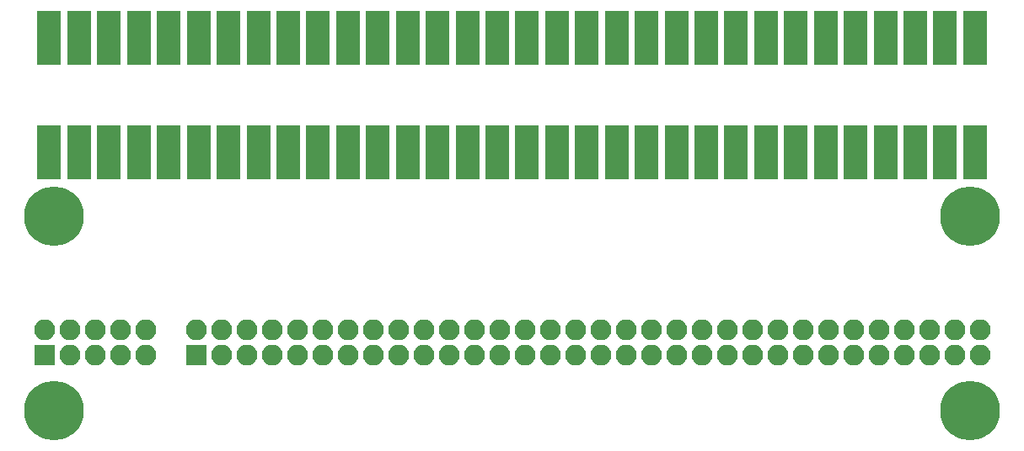
<source format=gbr>
G04 #@! TF.FileFunction,Soldermask,Top*
%FSLAX46Y46*%
G04 Gerber Fmt 4.6, Leading zero omitted, Abs format (unit mm)*
G04 Created by KiCad (PCBNEW 4.0.7-e2-6376~58~ubuntu17.04.1) date Tue Dec  5 16:05:34 2017*
%MOMM*%
%LPD*%
G01*
G04 APERTURE LIST*
%ADD10C,0.100000*%
%ADD11C,6.000000*%
%ADD12R,2.100000X2.100000*%
%ADD13O,2.100000X2.100000*%
%ADD14R,2.400000X5.400000*%
G04 APERTURE END LIST*
D10*
D11*
X96000000Y-21500000D03*
X4000000Y-21500000D03*
X96000000Y-41000000D03*
D12*
X18300000Y-35410000D03*
D13*
X18300000Y-32870000D03*
X20840000Y-35410000D03*
X20840000Y-32870000D03*
X23380000Y-35410000D03*
X23380000Y-32870000D03*
X25920000Y-35410000D03*
X25920000Y-32870000D03*
X28460000Y-35410000D03*
X28460000Y-32870000D03*
X31000000Y-35410000D03*
X31000000Y-32870000D03*
X33540000Y-35410000D03*
X33540000Y-32870000D03*
X36080000Y-35410000D03*
X36080000Y-32870000D03*
X38620000Y-35410000D03*
X38620000Y-32870000D03*
X41160000Y-35410000D03*
X41160000Y-32870000D03*
X43700000Y-35410000D03*
X43700000Y-32870000D03*
X46240000Y-35410000D03*
X46240000Y-32870000D03*
X48780000Y-35410000D03*
X48780000Y-32870000D03*
X51320000Y-35410000D03*
X51320000Y-32870000D03*
X53860000Y-35410000D03*
X53860000Y-32870000D03*
X56400000Y-35410000D03*
X56400000Y-32870000D03*
X58940000Y-35410000D03*
X58940000Y-32870000D03*
X61480000Y-35410000D03*
X61480000Y-32870000D03*
X64020000Y-35410000D03*
X64020000Y-32870000D03*
X66560000Y-35410000D03*
X66560000Y-32870000D03*
X69100000Y-35410000D03*
X69100000Y-32870000D03*
X71640000Y-35410000D03*
X71640000Y-32870000D03*
X74180000Y-35410000D03*
X74180000Y-32870000D03*
X76720000Y-35410000D03*
X76720000Y-32870000D03*
X79260000Y-35410000D03*
X79260000Y-32870000D03*
X81800000Y-35410000D03*
X81800000Y-32870000D03*
X84340000Y-35410000D03*
X84340000Y-32870000D03*
X86880000Y-35410000D03*
X86880000Y-32870000D03*
X89420000Y-35410000D03*
X89420000Y-32870000D03*
X91960000Y-35410000D03*
X91960000Y-32870000D03*
X94500000Y-35410000D03*
X94500000Y-32870000D03*
X97040000Y-35410000D03*
X97040000Y-32870000D03*
D12*
X3060000Y-35410000D03*
D13*
X3060000Y-32870000D03*
X5600000Y-35410000D03*
X5600000Y-32870000D03*
X8140000Y-35410000D03*
X8140000Y-32870000D03*
X10680000Y-35410000D03*
X10680000Y-32870000D03*
X13220000Y-35410000D03*
X13220000Y-32870000D03*
D11*
X4000000Y-41000000D03*
D14*
X3500000Y-3500000D03*
X3500000Y-15000000D03*
X6500000Y-3500000D03*
X6500000Y-15000000D03*
X9500000Y-3500000D03*
X9500000Y-15000000D03*
X12500000Y-3500000D03*
X12500000Y-15000000D03*
X15500000Y-3500000D03*
X15500000Y-15000000D03*
X18500000Y-3500000D03*
X18500000Y-15000000D03*
X21500000Y-3500000D03*
X21500000Y-15000000D03*
X24500000Y-3500000D03*
X24500000Y-15000000D03*
X27500000Y-3500000D03*
X27500000Y-15000000D03*
X30500000Y-3500000D03*
X30500000Y-15000000D03*
X33500000Y-3500000D03*
X33500000Y-15000000D03*
X36500000Y-3500000D03*
X36500000Y-15000000D03*
X39500000Y-3500000D03*
X39500000Y-15000000D03*
X42500000Y-3500000D03*
X42500000Y-15000000D03*
X45500000Y-3500000D03*
X45500000Y-15000000D03*
X48500000Y-3500000D03*
X48500000Y-15000000D03*
X51500000Y-3500000D03*
X51500000Y-15000000D03*
X54500000Y-3500000D03*
X54500000Y-15000000D03*
X57500000Y-3500000D03*
X57500000Y-15000000D03*
X60500000Y-3500000D03*
X60500000Y-15000000D03*
X63500000Y-3500000D03*
X63500000Y-15000000D03*
X66500000Y-3500000D03*
X66500000Y-15000000D03*
X69500000Y-3500000D03*
X69500000Y-15000000D03*
X72500000Y-3500000D03*
X72500000Y-15000000D03*
X75500000Y-3500000D03*
X75500000Y-15000000D03*
X78500000Y-3500000D03*
X78500000Y-15000000D03*
X81500000Y-3500000D03*
X81500000Y-15000000D03*
X84500000Y-3500000D03*
X84500000Y-15000000D03*
X87500000Y-3500000D03*
X87500000Y-15000000D03*
X90500000Y-3500000D03*
X90500000Y-15000000D03*
X93500000Y-3500000D03*
X93500000Y-15000000D03*
X96500000Y-3500000D03*
X96500000Y-15000000D03*
M02*

</source>
